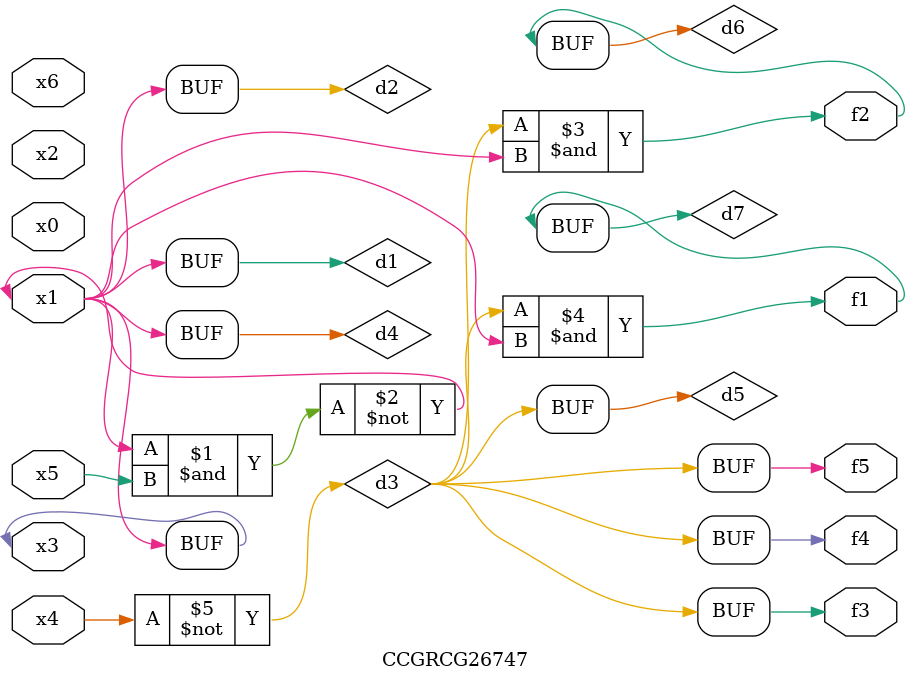
<source format=v>
module CCGRCG26747(
	input x0, x1, x2, x3, x4, x5, x6,
	output f1, f2, f3, f4, f5
);

	wire d1, d2, d3, d4, d5, d6, d7;

	buf (d1, x1, x3);
	nand (d2, x1, x5);
	not (d3, x4);
	buf (d4, d1, d2);
	buf (d5, d3);
	and (d6, d3, d4);
	and (d7, d3, d4);
	assign f1 = d7;
	assign f2 = d6;
	assign f3 = d5;
	assign f4 = d5;
	assign f5 = d5;
endmodule

</source>
